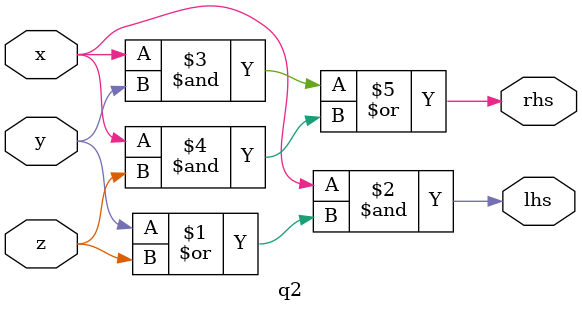
<source format=v>
module q2(x,y,z,lhs,rhs);
    input x,y,z;
    output lhs,rhs;
    assign lhs = x & (y|z);
    assign rhs = (x&y) | (x&z);
endmodule

</source>
